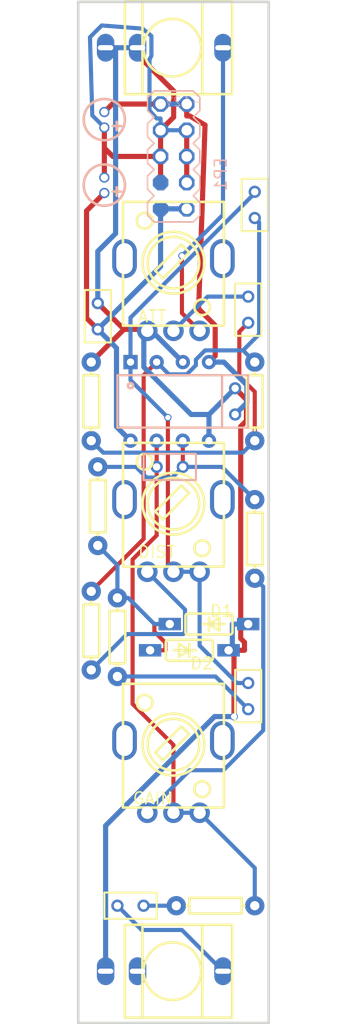
<source format=kicad_pcb>
(kicad_pcb (version 20171130) (host pcbnew "(5.1.5)-3") (page "A4") (layers (0 "F.Cu" signal) (31 "B.Cu" signal) (32 "B.Adhes" user) (33 "F.Adhes" user) (34 "B.Paste" user) (35 "F.Paste" user) (36 "B.SilkS" user) (37 "F.SilkS" user) (38 "B.Mask" user) (39 "F.Mask" user) (40 "Dwgs.User" user) (41 "Cmts.User" user) (42 "Eco1.User" user) (43 "Eco2.User" user) (44 "Edge.Cuts" user) (45 "Margin" user) (46 "B.CrtYd" user) (47 "F.CrtYd" user) (48 "B.Fab" user hide) (49 "F.Fab" user hide)) (net 0 "") (net 1 "-12V") (net 2 "12V") (net 3 "ATT_2") (net 4 "ATT_3") (net 5 "ATT_4") (net 6 "ATT_5") (net 7 "C2_2") (net 8 "C5_2") (net 9 "C7_1") (net 10 "C7_2") (net 11 "DIST_4") (net 12 "DIST_5") (net 13 "EP1_GND0") (net 14 "GAIN_1") (net 15 "GAIN_4") (net 16 "GAIN_5") (net 17 "GND") (net 18 "R2_1") (net 19 "R3_1") (net 20 "U1_1") (net 21 "U1_2") (net 22 "U1_6") (net 23 "U1_7") (segment (start 7.744 174.117) (end 7.744 160.007) (width 0.5) (layer "B.Cu") (net 17)) (segment (start 7.744 160.007) (end 18.322 149.429) (width 0.5) (layer "B.Cu") (net 17)) (segment (start 18.322 149.429) (end 20.21 149.429) (width 0.5) (layer "B.Cu") (net 17)) (segment (start 17.78 120.142) (end 20.32 117.602) (width 0.5) (layer "B.Cu") (net 17)) (segment (start 17.78 122.682) (end 17.78 120.142) (width 0.5) (layer "B.Cu") (net 17)) (segment (start 17.78 120.142) (end 16.051 120.142) (width 0.5) (layer "B.Cu") (net 17)) (segment (start 16.051 120.142) (end 11.455 115.546) (width 0.5) (layer "B.Cu") (net 17)) (segment (start 11.455 115.546) (end 11.455 112.781) (width 0.5) (layer "B.Cu") (net 17)) (segment (start 11.455 112.781) (end 12.207 112.029) (width 0.5) (layer "B.Cu") (net 17)) (segment (start 12.207 112.029) (end 11.79 112.029) (width 0.5) (layer "B.Cu") (net 17)) (segment (start 15.24 115.062) (end 12.207 112.029) (width 0.5) (layer "B.Cu") (net 17)) (segment (start 21.59 140.462) (end 20.048 140.462) (width 0.5) (layer "B.Cu") (net 17)) (segment (start 20.456 143.002) (end 20.048 142.595) (width 0.5) (layer "B.Cu") (net 17)) (segment (start 20.048 142.595) (end 20.048 140.462) (width 0.5) (layer "B.Cu") (net 17)) (segment (start 19.685 143.002) (end 20.456 143.002) (width 0.5) (layer "B.Cu") (net 17)) (segment (start 8.713 84.582) (end 10.844 84.582) (width 0.5) (layer "B.Cu") (net 17)) (segment (start 7.744 84.582) (end 8.713 84.582) (width 0.5) (layer "B.Cu") (net 17)) (segment (start 21.59 108.712) (end 17.647 108.712) (width 0.4) (layer "B.Cu") (net 3)) (segment (start 17.647 108.712) (end 14.33 112.029) (width 0.4) (layer "B.Cu") (net 3)) (segment (start 15.154 104.756) (end 19.144 100.766) (width 0.4) (layer "B.Cu") (net 4)) (segment (start 19.144 100.766) (end 19.144 84.582) (width 0.4) (layer "B.Cu") (net 4)) (segment (start 6.35 144.907) (end 9.825 141.432) (width 0.4) (layer "B.Cu") (net 18)) (segment (start 9.825 141.432) (end 15.271 141.432) (width 0.4) (layer "B.Cu") (net 18)) (segment (start 15.271 141.432) (end 15.454 141.249) (width 0.4) (layer "B.Cu") (net 18)) (segment (start 15.454 141.249) (end 15.454 139.055) (width 0.4) (layer "B.Cu") (net 18)) (segment (start 15.454 139.055) (end 11.79 135.391) (width 0.4) (layer "B.Cu") (net 18)) (segment (start 10.16 115.062) (end 10.16 110.756) (width 0.4) (layer "B.Cu") (net 20)) (segment (start 10.16 110.756) (end 22.225 98.691) (width 0.4) (layer "B.Cu") (net 20)) (segment (start 22.225 98.691) (end 22.225 98.552) (width 0.4) (layer "B.Cu") (net 20)) (segment (start 16.87 135.391) (end 16.87 142.548) (width 0.4) (layer "B.Cu") (net 20)) (segment (start 16.87 142.548) (end 20.499 146.177) (width 0.4) (layer "B.Cu") (net 20)) (segment (start 20.499 146.177) (end 21.59 146.177) (width 0.4) (layer "B.Cu") (net 20)) (segment (start 16.87 135.391) (end 14.33 135.391) (width 0.4) (layer "B.Cu") (net 20)) (segment (start 10.16 115.062) (end 10.16 116.804) (width 0.4) (layer "B.Cu") (net 20)) (segment (start 10.16 116.804) (end 13.79 120.434) (width 0.4) (layer "B.Cu") (net 20)) (segment (start 11.79 158.754) (end 15.912 154.632) (width 0.4) (layer "B.Cu") (net 14)) (segment (start 15.912 154.632) (end 19.184 154.632) (width 0.4) (layer "B.Cu") (net 14)) (segment (start 19.184 154.632) (end 23.051 150.764) (width 0.4) (layer "B.Cu") (net 14)) (segment (start 23.051 150.764) (end 23.051 136.843) (width 0.4) (layer "B.Cu") (net 14)) (segment (start 23.051 136.843) (end 22.225 136.017) (width 0.4) (layer "B.Cu") (net 14)) (segment (start 16.87 158.754) (end 14.33 158.754) (width 0.4) (layer "B.Cu") (net 23)) (segment (start 22.225 167.767) (end 22.225 164.109) (width 0.4) (layer "B.Cu") (net 23)) (segment (start 22.225 164.109) (end 16.87 158.754) (width 0.4) (layer "B.Cu") (net 23)) (segment (start 21.089 113.926) (end 22.225 115.062) (width 0.4) (layer "B.Cu") (net 21)) (segment (start 12.7 115.062) (end 13.891 116.253) (width 0.4) (layer "B.Cu") (net 21)) (segment (start 13.891 116.253) (end 15.628 116.253) (width 0.4) (layer "B.Cu") (net 21)) (segment (start 15.628 116.253) (end 16.51 115.371) (width 0.4) (layer "B.Cu") (net 21)) (segment (start 16.51 115.371) (end 16.51 114.818) (width 0.4) (layer "B.Cu") (net 21)) (segment (start 16.51 114.818) (end 17.403 113.926) (width 0.4) (layer "B.Cu") (net 21)) (segment (start 17.403 113.926) (end 21.089 113.926) (width 0.4) (layer "B.Cu") (net 21)) (segment (start 21.089 113.926) (end 22.652 112.362) (width 0.4) (layer "B.Cu") (net 21)) (segment (start 22.652 112.362) (end 22.652 101.519) (width 0.4) (layer "B.Cu") (net 21)) (segment (start 22.652 101.519) (end 22.225 101.092) (width 0.4) (layer "B.Cu") (net 21)) (segment (start 6.35 122.682) (end 7.508 123.84) (width 0.4) (layer "B.Cu") (net 7)) (segment (start 7.508 123.84) (end 21.067 123.84) (width 0.4) (layer "B.Cu") (net 7)) (segment (start 21.067 123.84) (end 22.225 122.682) (width 0.4) (layer "B.Cu") (net 7)) (segment (start 8.89 145.542) (end 18.415 145.542) (width 0.4) (layer "B.Cu") (net 8)) (segment (start 18.415 145.542) (end 21.59 148.717) (width 0.4) (layer "B.Cu") (net 8)) (segment (start 6.985 125.222) (end 10.693 125.222) (width 0.4) (layer "B.Cu") (net 22)) (segment (start 10.693 125.222) (end 11.73 126.258) (width 0.4) (layer "B.Cu") (net 22)) (segment (start 11.73 126.258) (end 14.204 126.258) (width 0.4) (layer "B.Cu") (net 22)) (segment (start 14.204 126.258) (end 15.24 125.222) (width 0.4) (layer "B.Cu") (net 22)) (segment (start 22.225 128.397) (end 19.05 125.222) (width 0.4) (layer "B.Cu") (net 22)) (segment (start 19.05 125.222) (end 15.24 125.222) (width 0.4) (layer "B.Cu") (net 22)) (segment (start 14.605 167.767) (end 11.43 167.767) (width 0.4) (layer "B.Cu") (net 9)) (segment (start 19.144 174.117) (end 15.146 170.119) (width 0.4) (layer "B.Cu") (net 10)) (segment (start 15.146 170.119) (end 11.242 170.119) (width 0.4) (layer "B.Cu") (net 10)) (segment (start 11.242 170.119) (end 8.89 167.767) (width 0.4) (layer "B.Cu") (net 10)) (segment (start 13.081 90.043) (end 15.621 90.043) (width 0.5) (layer "B.Cu") (net 1)) (segment (start 17.78 115.062) (end 19.23 115.062) (width 0.5) (layer "B.Cu") (net 1)) (segment (start 19.23 115.062) (end 21.462 117.293) (width 0.5) (layer "B.Cu") (net 1)) (segment (start 21.462 117.293) (end 21.462 119) (width 0.5) (layer "B.Cu") (net 1)) (segment (start 21.462 119) (end 20.32 120.142) (width 0.5) (layer "B.Cu") (net 1)) (segment (start 13.081 100.203) (end 13.081 105.791) (width 0.5) (layer "B.Cu") (net 2)) (segment (start 13.081 105.791) (end 6.985 111.887) (width 0.5) (layer "B.Cu") (net 2)) (segment (start 13.081 100.203) (end 15.621 100.203) (width 0.5) (layer "B.Cu") (net 2)) (segment (start 10.16 122.682) (end 8.8 121.322) (width 0.5) (layer "B.Cu") (net 2)) (segment (start 8.8 121.322) (end 8.8 113.702) (width 0.5) (layer "B.Cu") (net 2)) (segment (start 8.8 113.702) (end 6.985 111.887) (width 0.5) (layer "B.Cu") (net 2)) (segment (start 8.89 137.922) (end 9.939 137.922) (width 0.4) (layer "B.Cu") (net 19)) (segment (start 9.939 137.922) (end 12.479 140.462) (width 0.4) (layer "B.Cu") (net 19)) (segment (start 13.97 140.462) (end 12.479 140.462) (width 0.4) (layer "B.Cu") (net 19)) (segment (start 6.985 132.842) (end 8.89 134.747) (width 0.4) (layer "B.Cu") (net 19)) (segment (start 8.89 134.747) (end 8.89 137.922) (width 0.4) (layer "B.Cu") (net 19)) (segment (start 8.713 84.582) (end 8.713 102.591) (width 0.5) (layer "B.Cu") (net 17)) (segment (start 8.713 102.591) (end 6.985 104.319) (width 0.5) (layer "B.Cu") (net 17)) (segment (start 6.985 104.319) (end 6.985 109.347) (width 0.5) (layer "B.Cu") (net 17)) (segment (start 13.081 92.583) (end 13.081 91.478) (width 0.4) (layer "B.Cu") (net 17)) (segment (start 15.621 92.583) (end 13.081 92.583) (width 0.4) (layer "B.Cu") (net 17)) (segment (start 13.081 91.44) (end 12.7 91.44) (width 0.4) (layer "B.Cu") (net 17)) (segment (start 12.7 91.44) (end 12.006 90.665) (width 0.4) (layer "B.Cu") (net 17)) (segment (start 12.006 90.665) (end 12.006 85.732) (width 0.4) (layer "B.Cu") (net 17)) (segment (start 12.006 85.732) (end 12.192 85.344) (width 0.4) (layer "B.Cu") (net 17)) (segment (start 12.192 85.344) (end 12.192 83.439) (width 0.4) (layer "B.Cu") (net 17)) (segment (start 12.192 83.439) (end 11.33 82.731) (width 0.4) (layer "B.Cu") (net 17)) (segment (start 11.33 82.731) (end 7.366 82.423) (width 0.4) (layer "B.Cu") (net 17)) (segment (start 7.366 82.423) (end 6.223 83.566) (width 0.4) (layer "B.Cu") (net 17)) (segment (start 6.223 83.566) (end 6.45 91.147) (width 0.4) (layer "B.Cu") (net 17)) (segment (start 6.45 91.147) (end 7.62 92.318) (width 0.4) (layer "B.Cu") (net 17)) (gr_line (start 5.08 80.137) (end 23.58 80.137) (width 0.254) (layer "Edge.Cuts")) (gr_line (start 23.58 80.137) (end 23.58 179.137) (width 0.254) (layer "Edge.Cuts")) (gr_line (start 23.58 179.137) (end 5.08 179.137) (width 0.254) (layer "Edge.Cuts")) (gr_line (start 5.08 179.137) (end 5.08 80.137) (width 0.254) (layer "Edge.Cuts")) (segment (start 9.525 111.887) (end 6.35 115.062) (width 0.5) (layer "F.Cu") (net 17)) (segment (start 11.79 112.029) (end 11.648 111.887) (width 0.5) (layer "F.Cu") (net 17)) (segment (start 11.648 111.887) (end 9.525 111.887) (width 0.5) (layer "F.Cu") (net 17)) (segment (start 6.985 109.347) (end 9.525 111.887) (width 0.5) (layer "F.Cu") (net 17)) (segment (start 20.297 143.002) (end 20.21 143.089) (width 0.5) (layer "F.Cu") (net 17)) (segment (start 20.21 143.089) (end 20.21 149.429) (width 0.5) (layer "F.Cu") (net 17)) (segment (start 20.297 143.002) (end 21.227 143.002) (width 0.5) (layer "F.Cu") (net 17)) (segment (start 19.685 143.002) (end 20.297 143.002) (width 0.5) (layer "F.Cu") (net 17)) (segment (start 21.227 143.002) (end 21.227 142.224) (width 0.5) (layer "F.Cu") (net 17)) (segment (start 21.227 142.224) (end 20.865 141.862) (width 0.5) (layer "F.Cu") (net 17)) (segment (start 20.865 141.862) (end 20.865 121.297) (width 0.5) (layer "F.Cu") (net 17)) (segment (start 20.865 121.297) (end 21.42 120.742) (width 0.5) (layer "F.Cu") (net 17)) (segment (start 21.42 120.742) (end 21.42 118.702) (width 0.5) (layer "F.Cu") (net 17)) (segment (start 21.42 118.702) (end 20.32 117.602) (width 0.5) (layer "F.Cu") (net 17)) (segment (start 16.87 112.029) (end 15.154 110.313) (width 0.4) (layer "F.Cu") (net 4)) (segment (start 15.154 110.313) (end 15.154 104.756) (width 0.4) (layer "F.Cu") (net 4)) (segment (start 13.79 120.434) (end 13.79 134.852) (width 0.4) (layer "F.Cu") (net 20)) (segment (start 13.79 134.852) (end 14.33 135.391) (width 0.4) (layer "F.Cu") (net 20)) (segment (start 12.7 125.222) (end 12.7 131.863) (width 0.4) (layer "F.Cu") (net 23)) (segment (start 12.7 131.863) (end 10.362 134.201) (width 0.4) (layer "F.Cu") (net 23)) (segment (start 10.362 134.201) (end 10.362 148.208) (width 0.4) (layer "F.Cu") (net 23)) (segment (start 10.362 148.208) (end 14.33 152.176) (width 0.4) (layer "F.Cu") (net 23)) (segment (start 14.33 152.176) (end 14.33 158.754) (width 0.4) (layer "F.Cu") (net 23)) (segment (start 12.7 122.682) (end 12.7 125.222) (width 0.4) (layer "F.Cu") (net 23)) (segment (start 6.35 137.287) (end 11.436 132.201) (width 0.4) (layer "F.Cu") (net 21)) (segment (start 11.436 132.201) (end 11.436 116.326) (width 0.4) (layer "F.Cu") (net 21)) (segment (start 11.436 116.326) (end 12.7 115.062) (width 0.4) (layer "F.Cu") (net 21)) (segment (start 22.225 122.682) (end 22.225 117.936) (width 0.4) (layer "F.Cu") (net 7)) (segment (start 22.225 117.936) (end 20.729 116.44) (width 0.4) (layer "F.Cu") (net 7)) (segment (start 20.729 116.44) (end 20.729 112.113) (width 0.4) (layer "F.Cu") (net 7)) (segment (start 20.729 112.113) (end 21.59 111.252) (width 0.4) (layer "F.Cu") (net 7)) (segment (start 15.24 122.682) (end 15.24 125.222) (width 0.4) (layer "F.Cu") (net 22)) (segment (start 15.621 90.043) (end 15.621 91.198) (width 0.5) (layer "F.Cu") (net 1)) (segment (start 13.081 90.043) (end 8.393 90.043) (width 0.5) (layer "F.Cu") (net 1)) (segment (start 8.393 90.043) (end 7.62 90.816) (width 0.5) (layer "F.Cu") (net 1)) (segment (start 7.62 98.668) (end 5.891 100.397) (width 0.5) (layer "F.Cu") (net 2)) (segment (start 5.891 100.397) (end 5.891 110.793) (width 0.5) (layer "F.Cu") (net 2)) (segment (start 5.891 110.793) (end 6.985 111.887) (width 0.5) (layer "F.Cu") (net 2)) (segment (start 15.621 95.123) (end 15.621 97.663) (width 0.5) (layer "F.Cu") (net 17)) (segment (start 15.621 92.583) (end 15.621 95.123) (width 0.5) (layer "F.Cu") (net 17)) (segment (start 13.081 95.123) (end 13.081 97.663) (width 0.5) (layer "F.Cu") (net 17)) (segment (start 13.97 140.462) (end 12.479 140.462) (width 0.4) (layer "F.Cu") (net 19)) (segment (start 12.065 143.002) (end 13.556 143.002) (width 0.4) (layer "F.Cu") (net 19)) (segment (start 13.556 143.002) (end 13.556 142.277) (width 0.4) (layer "F.Cu") (net 19)) (segment (start 13.556 142.277) (end 12.479 141.199) (width 0.4) (layer "F.Cu") (net 19)) (segment (start 12.479 141.199) (end 12.479 140.462) (width 0.4) (layer "F.Cu") (net 19)) (segment (start 13.081 95.123) (end 8.443 95.123) (width 0.5) (layer "F.Cu") (net 17)) (segment (start 8.443 95.123) (end 7.62 94.3) (width 0.5) (layer "F.Cu") (net 17)) (segment (start 13.081 92.583) (end 14.351 91.313) (width 0.5) (layer "F.Cu") (net 17)) (segment (start 14.351 91.313) (end 14.351 88.773) (width 0.5) (layer "F.Cu") (net 17)) (segment (start 14.351 88.773) (end 10.843 85.265) (width 0.5) (layer "F.Cu") (net 17)) (segment (start 10.843 85.265) (end 10.843 84.582) (width 0.5) (layer "F.Cu") (net 17)) (segment (start 13.081 92.583) (end 13.081 95.123) (width 0.5) (layer "F.Cu") (net 17)) (segment (start 15.621 91.198) (end 15.91 91.198) (width 0.5) (layer "F.Cu") (net 1)) (segment (start 15.91 91.198) (end 17.399 92.075) (width 0.5) (layer "F.Cu") (net 1)) (segment (start 17.399 92.075) (end 16.776 109.901) (width 0.5) (layer "F.Cu") (net 1)) (segment (start 16.776 109.901) (end 18.385 111.51) (width 0.5) (layer "F.Cu") (net 1)) (segment (start 18.385 111.51) (end 18.385 114.457) (width 0.5) (layer "F.Cu") (net 1)) (segment (start 18.385 114.457) (end 17.78 115.062) (width 0.5) (layer "F.Cu") (net 1)) (segment (start 7.62 97.165) (end 7.62 94.3) (width 0.5) (layer "F.Cu") (net 17)) (segment (start 7.62 94.3) (end 7.62 92.319) (width 0.5) (layer "F.Cu") (net 17)) (module "easyeda:R09-5KΩ" (layer "F.Cu") (at 14.33 108.529) (fp_text value "10k" (at 1.545 -6.167 0) (layer "F.Fab") (effects (font (size 1.143 1.143) (thickness 0.152)) (justify left))) (fp_text reference "ATT" (at -3.535 2.088 0) (layer "F.SilkS") (effects (font (size 1.143 1.143) (thickness 0.152)) (justify left))) (fp_line (start -4.9 -9) (end 4.9 -9) (width 0.254) (layer "F.SilkS")) (fp_line (start 4.9 -9) (end 4.9 3) (width 0.254) (layer "F.SilkS")) (fp_line (start -4.9 -9) (end -4.9 3) (width 0.254) (layer "F.SilkS")) (fp_line (start -4.9 3) (end 4.9 3) (width 0.254) (layer "F.SilkS")) (fp_line (start 0.762 -4.882) (end -1.778 -2.342) (width 0.254) (layer "F.SilkS")) (fp_line (start -1.778 -2.342) (end -1.016 -1.58) (width 0.254) (layer "F.SilkS")) (fp_line (start -1.016 -1.58) (end 1.524 -4.12) (width 0.254) (layer "F.SilkS")) (fp_line (start 1.524 -4.12) (end 0.762 -4.882) (width 0.254) (layer "F.SilkS")) (fp_circle (center -2.794 -7.168) (end -2.032 -7.168) (layer "F.SilkS") (width 0.254)) (fp_circle (center 2.794 1.214) (end 3.556 1.214) (layer "F.SilkS") (width 0.254)) (fp_circle (center 0 -3.104) (end 3 -3.104) (layer "F.SilkS") (width 0.254)) (fp_circle (center 0 -3.104) (end 2.5 -3.104) (layer "F.SilkS") (width 0.254)) (pad 1 thru_hole circle (at -2.54 3.5 0) (size 2 2) (layers "*.Cu" "*.Paste" "*.Mask") (drill 1.2) (net 17 "GND")) (pad 2 thru_hole circle (at 0 3.5 0) (size 2 2) (layers "*.Cu" "*.Paste" "*.Mask") (drill 1.2) (net 3 "ATT_2")) (pad 3 thru_hole circle (at 2.54 3.5 0) (size 2 2) (layers "*.Cu" "*.Paste" "*.Mask") (drill 1.2) (net 4 "ATT_3")) (pad 4 thru_hole oval (at 4.75 -3.5 0) (size 2.4 3.8) (layers "*.Cu" "*.Paste" "*.Mask") (drill oval 1.6 3) (net 5 "ATT_4")) (pad 5 thru_hole oval (at -4.75 -3.5 0) (size 2.4 3.8) (layers "*.Cu" "*.Paste" "*.Mask") (drill oval 1.6 3) (net 6 "ATT_5")) (fp_text user gge114ab0b26327cf5c (at 0 0) (layer "Cmts.User") (effects (font (size 1 1) (thickness 0.15))))) (module "easyeda:R09-5KΩ" (layer "F.Cu") (at 14.33 131.891) (fp_text value "250k" (at -0.106 -6.796 0) (layer "F.Fab") (effects (font (size 1.143 1.143) (thickness 0.152)) (justify left))) (fp_text reference "DIST" (at -3.535 1.586 0) (layer "F.SilkS") (effects (font (size 1.143 1.143) (thickness 0.152)) (justify left))) (fp_line (start -4.9 -9) (end 4.9 -9) (width 0.254) (layer "F.SilkS")) (fp_line (start 4.9 -9) (end 4.9 3) (width 0.254) (layer "F.SilkS")) (fp_line (start -4.9 -9) (end -4.9 3) (width 0.254) (layer "F.SilkS")) (fp_line (start -4.9 3) (end 4.9 3) (width 0.254) (layer "F.SilkS")) (fp_line (start 0.762 -4.882) (end -1.778 -2.342) (width 0.254) (layer "F.SilkS")) (fp_line (start -1.778 -2.342) (end -1.016 -1.58) (width 0.254) (layer "F.SilkS")) (fp_line (start -1.016 -1.58) (end 1.524 -4.12) (width 0.254) (layer "F.SilkS")) (fp_line (start 1.524 -4.12) (end 0.762 -4.882) (width 0.254) (layer "F.SilkS")) (fp_circle (center -2.794 -7.168) (end -2.032 -7.168) (layer "F.SilkS") (width 0.254)) (fp_circle (center 2.794 1.214) (end 3.556 1.214) (layer "F.SilkS") (width 0.254)) (fp_circle (center 0 -3.104) (end 3 -3.104) (layer "F.SilkS") (width 0.254)) (fp_circle (center 0 -3.104) (end 2.5 -3.104) (layer "F.SilkS") (width 0.254)) (pad 1 thru_hole circle (at -2.54 3.5 0) (size 2 2) (layers "*.Cu" "*.Paste" "*.Mask") (drill 1.2) (net 18 "R2_1")) (pad 2 thru_hole circle (at 0 3.5 0) (size 2 2) (layers "*.Cu" "*.Paste" "*.Mask") (drill 1.2) (net 20 "U1_1")) (pad 3 thru_hole circle (at 2.54 3.5 0) (size 2 2) (layers "*.Cu" "*.Paste" "*.Mask") (drill 1.2) (net 20 "U1_1")) (pad 4 thru_hole oval (at 4.75 -3.5 0) (size 2.4 3.8) (layers "*.Cu" "*.Paste" "*.Mask") (drill oval 1.6 3) (net 11 "DIST_4")) (pad 5 thru_hole oval (at -4.75 -3.5 0) (size 2.4 3.8) (layers "*.Cu" "*.Paste" "*.Mask") (drill oval 1.6 3) (net 12 "DIST_5")) (fp_text user ggec90dad9f442857a1 (at 0 0) (layer "Cmts.User") (effects (font (size 1 1) (thickness 0.15))))) (module "easyeda:R09-5KΩ" (layer "F.Cu") (at 14.33 155.254) (fp_text value "250k" (at -0.233 -6.918 0) (layer "F.Fab") (effects (font (size 1.143 1.143) (thickness 0.152)) (justify left))) (fp_text reference "GAIN" (at -4.043 2.099 0) (layer "F.SilkS") (effects (font (size 1.143 1.143) (thickness 0.152)) (justify left))) (fp_line (start -4.9 -9) (end 4.9 -9) (width 0.254) (layer "F.SilkS")) (fp_line (start 4.9 -9) (end 4.9 3) (width 0.254) (layer "F.SilkS")) (fp_line (start -4.9 -9) (end -4.9 3) (width 0.254) (layer "F.SilkS")) (fp_line (start -4.9 3) (end 4.9 3) (width 0.254) (layer "F.SilkS")) (fp_line (start 0.762 -4.882) (end -1.778 -2.342) (width 0.254) (layer "F.SilkS")) (fp_line (start -1.778 -2.342) (end -1.016 -1.58) (width 0.254) (layer "F.SilkS")) (fp_line (start -1.016 -1.58) (end 1.524 -4.12) (width 0.254) (layer "F.SilkS")) (fp_line (start 1.524 -4.12) (end 0.762 -4.882) (width 0.254) (layer "F.SilkS")) (fp_circle (center -2.794 -7.168) (end -2.032 -7.168) (layer "F.SilkS") (width 0.254)) (fp_circle (center 2.794 1.214) (end 3.556 1.214) (layer "F.SilkS") (width 0.254)) (fp_circle (center 0 -3.104) (end 3 -3.104) (layer "F.SilkS") (width 0.254)) (fp_circle (center 0 -3.104) (end 2.5 -3.104) (layer "F.SilkS") (width 0.254)) (pad 1 thru_hole circle (at -2.54 3.5 0) (size 2 2) (layers "*.Cu" "*.Paste" "*.Mask") (drill 1.2) (net 14 "GAIN_1")) (pad 2 thru_hole circle (at 0 3.5 0) (size 2 2) (layers "*.Cu" "*.Paste" "*.Mask") (drill 1.2) (net 23 "U1_7")) (pad 3 thru_hole circle (at 2.54 3.5 0) (size 2 2) (layers "*.Cu" "*.Paste" "*.Mask") (drill 1.2) (net 23 "U1_7")) (pad 4 thru_hole oval (at 4.75 -3.5 0) (size 2.4 3.8) (layers "*.Cu" "*.Paste" "*.Mask") (drill oval 1.6 3) (net 15 "GAIN_4")) (pad 5 thru_hole oval (at -4.75 -3.5 0) (size 2.4 3.8) (layers "*.Cu" "*.Paste" "*.Mask") (drill oval 1.6 3) (net 16 "GAIN_5")) (fp_text user ggedf7fc00912daf6cc (at 0 0) (layer "Cmts.User") (effects (font (size 1 1) (thickness 0.15))))) (module "easyeda:RAD-0.1" (layer "F.Cu") (at 22.225 99.822 90) (fp_text value "100p" (at 3.175 0 90) (layer "F.Fab") (effects (font (size 1.143 1.143) (thickness 0.152)) (justify left))) (fp_text reference "C1" (at -0.229 -1.854 90) (layer "F.SilkS") hide (effects (font (size 1.143 1.143) (thickness 0.152)) (justify left))) (fp_line (start 2.537 -1.267) (end -2.543 -1.267) (width 0.201) (layer "F.SilkS")) (fp_line (start -2.543 -1.267) (end -2.543 1.273) (width 0.201) (layer "F.SilkS")) (fp_line (start -2.543 1.273) (end 2.537 1.273) (width 0.201) (layer "F.SilkS")) (fp_line (start 2.537 1.273) (end 2.537 -1.267) (width 0.201) (layer "F.SilkS")) (pad 1 thru_hole circle (at -1.27 0 90) (size 1.194 1.194) (layers "*.Cu" "*.Paste" "*.Mask") (drill 0.711) (net 21 "U1_2")) (pad 2 thru_hole circle (at 1.27 0 90) (size 1.194 1.194) (layers "*.Cu" "*.Paste" "*.Mask") (drill 0.711) (net 20 "U1_1")) (fp_text user gge2149f70e9da7e940 (at 0 0) (layer "Cmts.User") (effects (font (size 1 1) (thickness 0.15))))) (module "easyeda:RAD-0.1" (layer "F.Cu") (at 21.59 109.982 -90) (fp_text value "1u" (at -3.175 -0.635 90) (layer "F.Fab") (effects (font (size 1.143 1.143) (thickness 0.152)) (justify left))) (fp_text reference "C2" (at -0.229 -1.854 -90) (layer "F.SilkS") hide (effects (font (size 1.143 1.143) (thickness 0.152)) (justify left))) (fp_line (start 2.537 -1.267) (end -2.543 -1.267) (width 0.201) (layer "F.SilkS")) (fp_line (start -2.543 -1.267) (end -2.543 1.273) (width 0.201) (layer "F.SilkS")) (fp_line (start -2.543 1.273) (end 2.537 1.273) (width 0.201) (layer "F.SilkS")) (fp_line (start 2.537 1.273) (end 2.537 -1.267) (width 0.201) (layer "F.SilkS")) (pad 1 thru_hole circle (at -1.27 0 -90) (size 1.194 1.194) (layers "*.Cu" "*.Paste" "*.Mask") (drill 0.711) (net 3 "ATT_2")) (pad 2 thru_hole circle (at 1.27 0 -90) (size 1.194 1.194) (layers "*.Cu" "*.Paste" "*.Mask") (drill 0.711) (net 7 "C2_2")) (fp_text user gge0323a9940e9bb409 (at 0 0) (layer "Cmts.User") (effects (font (size 1 1) (thickness 0.15))))) (module "easyeda:RAD-0.1" (layer "F.Cu") (at 21.59 147.447 -90) (fp_text value "1u" (at -3.175 -0.635 90) (layer "F.Fab") (effects (font (size 1.143 1.143) (thickness 0.152)) (justify left))) (fp_text reference "C5" (at -0.229 -1.854 -90) (layer "F.SilkS") hide (effects (font (size 1.143 1.143) (thickness 0.152)) (justify left))) (fp_line (start 2.537 -1.267) (end -2.543 -1.267) (width 0.201) (layer "F.SilkS")) (fp_line (start -2.543 -1.267) (end -2.543 1.273) (width 0.201) (layer "F.SilkS")) (fp_line (start -2.543 1.273) (end 2.537 1.273) (width 0.201) (layer "F.SilkS")) (fp_line (start 2.537 1.273) (end 2.537 -1.267) (width 0.201) (layer "F.SilkS")) (pad 1 thru_hole circle (at -1.27 0 -90) (size 1.194 1.194) (layers "*.Cu" "*.Paste" "*.Mask") (drill 0.711) (net 20 "U1_1")) (pad 2 thru_hole circle (at 1.27 0 -90) (size 1.194 1.194) (layers "*.Cu" "*.Paste" "*.Mask") (drill 0.711) (net 8 "C5_2")) (fp_text user gge77434ca5c2dae79b (at 0 0) (layer "Cmts.User") (effects (font (size 1 1) (thickness 0.15))))) (module "easyeda:RAD-0.1" (layer "F.Cu") (at 10.16 167.767 180) (fp_text value "1u" (at 3.175 -1.27 90) (layer "F.Fab") (effects (font (size 1.143 1.143) (thickness 0.152)) (justify left))) (fp_text reference "C7" (at -0.229 -1.854 180) (layer "F.SilkS") hide (effects (font (size 1.143 1.143) (thickness 0.152)) (justify left))) (fp_line (start 2.537 -1.267) (end -2.543 -1.267) (width 0.201) (layer "F.SilkS")) (fp_line (start -2.543 -1.267) (end -2.543 1.273) (width 0.201) (layer "F.SilkS")) (fp_line (start -2.543 1.273) (end 2.537 1.273) (width 0.201) (layer "F.SilkS")) (fp_line (start 2.537 1.273) (end 2.537 -1.267) (width 0.201) (layer "F.SilkS")) (pad 1 thru_hole circle (at -1.27 0 180) (size 1.194 1.194) (layers "*.Cu" "*.Paste" "*.Mask") (drill 0.711) (net 9 "C7_1")) (pad 2 thru_hole circle (at 1.27 0 180) (size 1.194 1.194) (layers "*.Cu" "*.Paste" "*.Mask") (drill 0.711) (net 10 "C7_2")) (fp_text user gged63da93e65970775 (at 0 0) (layer "Cmts.User") (effects (font (size 1 1) (thickness 0.15))))) (module "easyeda:RAD-0.1" (layer "F.Cu") (at 6.985 110.617 -90) (fp_text value "100n" (at -3.175 0 90) (layer "F.Fab") (effects (font (size 1.143 1.143) (thickness 0.152)) (justify left))) (fp_text reference "C9" (at -0.229 -1.854 -90) (layer "F.SilkS") hide (effects (font (size 1.143 1.143) (thickness 0.152)) (justify left))) (fp_line (start 2.537 -1.267) (end -2.543 -1.267) (width 0.201) (layer "F.SilkS")) (fp_line (start -2.543 -1.267) (end -2.543 1.273) (width 0.201) (layer "F.SilkS")) (fp_line (start -2.543 1.273) (end 2.537 1.273) (width 0.201) (layer "F.SilkS")) (fp_line (start 2.537 1.273) (end 2.537 -1.267) (width 0.201) (layer "F.SilkS")) (pad 1 thru_hole circle (at -1.27 0 -90) (size 1.194 1.194) (layers "*.Cu" "*.Paste" "*.Mask") (drill 0.711) (net 17 "GND")) (pad 2 thru_hole circle (at 1.27 0 -90) (size 1.194 1.194) (layers "*.Cu" "*.Paste" "*.Mask") (drill 0.711) (net 2 "12V")) (fp_text user ggec30768cd86213640 (at 0 0) (layer "Cmts.User") (effects (font (size 1 1) (thickness 0.15))))) (module "easyeda:DO35-7" (layer "F.Cu") (at 17.78 140.462) (fp_text value "1n4148" (at 0 -3.048 0) (layer "F.Fab") hide (effects (font (size 1.143 1.143) (thickness 0.152)) (justify left))) (fp_text reference "D1" (at 0 -1.27 0) (layer "F.SilkS") (effects (font (size 1.143 1.143) (thickness 0.152)) (justify left))) (fp_line (start -0.635 0) (end 0 0) (width 0.254) (layer "F.SilkS")) (fp_line (start 1.016 -0.635) (end 1.016 0.635) (width 0.254) (layer "F.SilkS")) (fp_line (start 1.016 0.635) (end 0 0) (width 0.254) (layer "F.SilkS")) (fp_line (start 0 0) (end 1.524 0) (width 0.254) (layer "F.SilkS")) (fp_line (start 0 0) (end 1.016 -0.635) (width 0.254) (layer "F.SilkS")) (fp_line (start 0 -0.635) (end 0 0) (width 0.254) (layer "F.SilkS")) (fp_line (start 0 0) (end 0 0.635) (width 0.254) (layer "F.SilkS")) (fp_line (start 2.286 -0.762) (end 2.286 0.762) (width 0.254) (layer "F.SilkS")) (fp_line (start -2.032 1.016) (end 2.032 1.016) (width 0.254) (layer "F.SilkS")) (fp_line (start -2.286 -0.762) (end -2.286 0.762) (width 0.254) (layer "F.SilkS")) (fp_line (start -2.032 -1.016) (end 2.032 -1.016) (width 0.254) (layer "F.SilkS")) (fp_arc (start 2.032 -0.762) (end 2.032 -1.016) (angle 90) (width 0.254) (layer "F.SilkS")) (fp_arc (start 2.032 0.762) (end 2.286 0.762) (angle 90) (width 0.254) (layer "F.SilkS")) (fp_arc (start -2.032 -0.762) (end -2.286 -0.762) (angle 90) (width 0.254) (layer "F.SilkS")) (fp_arc (start -2.032 0.762) (end -2.032 1.016) (angle 90) (width 0.254) (layer "F.SilkS")) (fp_line (start 3.81 0) (end 2.921 0) (width 0.508) (layer "Cmts.User")) (fp_line (start -3.81 0) (end -2.921 0) (width 0.508) (layer "Cmts.User")) (pad "C" thru_hole rect (at -3.81 0 0) (size 2.182 1.212) (layers "*.Cu" "*.Paste" "*.Mask") (drill 0.813) (net 19 "R3_1")) (pad "A" thru_hole rect (at 3.81 0 0) (size 2.182 1.212) (layers "*.Cu" "*.Paste" "*.Mask") (drill 0.813) (net 17 "GND")) (fp_text user ggeb83976912eabd148 (at 0 0) (layer "Cmts.User") (effects (font (size 1 1) (thickness 0.15))))) (module "easyeda:DO35-7" (layer "F.Cu") (at 15.875 143.002 180) (fp_text value "1n4148" (at 5.093 -4.265 0) (layer "F.Fab") hide (effects (font (size 1.143 1.143) (thickness 0.152)) (justify left))) (fp_text reference "D2" (at 0 -1.27 180) (layer "F.SilkS") (effects (font (size 1.143 1.143) (thickness 0.152)) (justify left))) (fp_line (start -0.635 0) (end 0 0) (width 0.254) (layer "F.SilkS")) (fp_line (start 1.016 -0.635) (end 1.016 0.635) (width 0.254) (layer "F.SilkS")) (fp_line (start 1.016 0.635) (end 0 0) (width 0.254) (layer "F.SilkS")) (fp_line (start 0 0) (end 1.524 0) (width 0.254) (layer "F.SilkS")) (fp_line (start 0 0) (end 1.016 -0.635) (width 0.254) (layer "F.SilkS")) (fp_line (start 0 -0.635) (end 0 0) (width 0.254) (layer "F.SilkS")) (fp_line (start 0 0) (end 0 0.635) (width 0.254) (layer "F.SilkS")) (fp_line (start 2.286 -0.762) (end 2.286 0.762) (width 0.254) (layer "F.SilkS")) (fp_line (start -2.032 1.016) (end 2.032 1.016) (width 0.254) (layer "F.SilkS")) (fp_line (start -2.286 -0.762) (end -2.286 0.762) (width 0.254) (layer "F.SilkS")) (fp_line (start -2.032 -1.016) (end 2.032 -1.016) (width 0.254) (layer "F.SilkS")) (fp_arc (start 2.032 -0.762) (end 2.032 -1.016) (angle 90) (width 0.254) (layer "F.SilkS")) (fp_arc (start 2.032 0.762) (end 2.286 0.762) (angle 90) (width 0.254) (layer "F.SilkS")) (fp_arc (start -2.032 -0.762) (end -2.286 -0.762) (angle 90) (width 0.254) (layer "F.SilkS")) (fp_arc (start -2.032 0.762) (end -2.032 1.016) (angle 90) (width 0.254) (layer "F.SilkS")) (fp_line (start 3.81 0) (end 2.921 0) (width 0.508) (layer "Cmts.User")) (fp_line (start -3.81 0) (end -2.921 0) (width 0.508) (layer "Cmts.User")) (pad "C" thru_hole rect (at -3.81 0 180) (size 2.182 1.212) (layers "*.Cu" "*.Paste" "*.Mask") (drill 0.813) (net 17 "GND")) (pad "A" thru_hole rect (at 3.81 0 180) (size 2.182 1.212) (layers "*.Cu" "*.Paste" "*.Mask") (drill 0.813) (net 19 "R3_1")) (fp_text user gge0918596dab12fb75 (at 0 0) (layer "Cmts.User") (effects (font (size 1 1) (thickness 0.15))))) (module "easyeda:THONKICONN_1" (layer "F.Cu") (at 14.224 84.582 -90) (fp_text value "IN" (at -2.159 -5.018 90) (layer "F.Fab") (effects (font (size 1.143 1.143) (thickness 0.152)) (justify left))) (fp_text reference "J1" (at 0 -6.35 -90) (layer "F.SilkS") hide (effects (font (size 1.143 1.143) (thickness 0.152)) (justify left))) (fp_arc (start 0 0) (end -2.794 0) (angle 180) (width 0.254) (layer "F.SilkS")) (fp_arc (start 0 0) (end 2.794 0) (angle 180) (width 0.254) (layer "F.SilkS")) (fp_line (start -4.5 -5.805) (end 4.5 -5.805) (width 0.254) (layer "F.SilkS")) (fp_line (start 4.5 -5.805) (end 4.5 2.905) (width 0.254) (layer "F.SilkS")) (fp_line (start 4.5 2.905) (end -4.5 2.905) (width 0.254) (layer "F.SilkS")) (fp_line (start -4.5 2.905) (end -4.5 -5.805) (width 0.254) (layer "F.SilkS")) (fp_line (start -4.5 -2.905) (end 4.5 -2.905) (width 0.254) (layer "F.SilkS")) (fp_line (start 4.5 -2.905) (end 4.5 4.605) (width 0.254) (layer "F.SilkS")) (fp_line (start 4.5 4.605) (end -4.5 4.605) (width 0.254) (layer "F.SilkS")) (fp_line (start -4.5 4.605) (end -4.5 -2.905) (width 0.254) (layer "F.SilkS")) (pad "" np_thru_hole circle (at 0 0) (size 3 3) (drill 3) (layers "*.Cu" "*.Mask")) (pad 3 thru_hole oval (at 0 -4.92 -90) (size 2.7 1.7) (layers "*.Cu" "*.Paste" "*.Mask") (drill oval 0.5 1.5) (net 4 "ATT_3")) (pad 2 thru_hole oval (at 0 3.38 -90) (size 2.7 1.7) (layers "*.Cu" "*.Paste" "*.Mask") (drill oval 0.5 1.5) (net 17 "GND")) (pad 1 thru_hole oval (at 0 6.48 -90) (size 2.7 1.7) (layers "*.Cu" "*.Paste" "*.Mask") (drill oval 0.5 1.5) (net 17 "GND")) (fp_text user ggee0d3bedd2a1c985c (at 0 0) (layer "Cmts.User") (effects (font (size 1 1) (thickness 0.15))))) (module "easyeda:R_AXIAL-0.3" (layer "F.Cu") (at 22.225 118.872 -90) (fp_text value "4k7" (at 1.034 -0.45 90) (layer "F.Fab") (effects (font (size 0.9 0.9) (thickness 0.152)) (justify left))) (fp_text reference "R1" (at 0 -1.27 -90) (layer "F.SilkS") hide (effects (font (size 1.143 1.143) (thickness 0.152)) (justify left))) (fp_line (start -2.54 0) (end -2.794 0) (width 0.254) (layer "F.SilkS")) (fp_line (start 2.54 0) (end 2.794 0) (width 0.254) (layer "F.SilkS")) (fp_line (start -2.54 0) (end -2.54 -0.762) (width 0.254) (layer "F.SilkS")) (fp_line (start -2.54 0.762) (end -2.54 0) (width 0.254) (layer "F.SilkS")) (fp_line (start 2.54 0.762) (end -2.54 0.762) (width 0.254) (layer "F.SilkS")) (fp_line (start 2.54 0) (end 2.54 0.762) (width 0.254) (layer "F.SilkS")) (fp_line (start 2.54 -0.762) (end 2.54 0) (width 0.254) (layer "F.SilkS")) (fp_line (start -2.54 -0.762) (end 2.54 -0.762) (width 0.254) (layer "F.SilkS")) (pad 1 thru_hole circle (at -3.81 0 -90) (size 1.88 1.88) (layers "*.Cu" "*.Paste" "*.Mask") (drill 0.899) (net 21 "U1_2")) (pad 2 thru_hole circle (at 3.81 0 -90) (size 1.88 1.88) (layers "*.Cu" "*.Paste" "*.Mask") (drill 0.899) (net 7 "C2_2")) (fp_text user gge6a4aaf07382bd393 (at 0 0) (layer "Cmts.User") (effects (font (size 1 1) (thickness 0.15))))) (module "easyeda:R_AXIAL-0.3" (layer "F.Cu") (at 6.35 141.097 90) (fp_text value "10k" (at -1.143 0.508 90) (layer "F.Fab") (effects (font (size 0.9 0.9) (thickness 0.152)) (justify left))) (fp_text reference "R2" (at 0 -1.27 90) (layer "F.SilkS") hide (effects (font (size 1.143 1.143) (thickness 0.152)) (justify left))) (fp_line (start -2.54 0) (end -2.794 0) (width 0.254) (layer "F.SilkS")) (fp_line (start 2.54 0) (end 2.794 0) (width 0.254) (layer "F.SilkS")) (fp_line (start -2.54 0) (end -2.54 -0.762) (width 0.254) (layer "F.SilkS")) (fp_line (start -2.54 0.762) (end -2.54 0) (width 0.254) (layer "F.SilkS")) (fp_line (start 2.54 0.762) (end -2.54 0.762) (width 0.254) (layer "F.SilkS")) (fp_line (start 2.54 0) (end 2.54 0.762) (width 0.254) (layer "F.SilkS")) (fp_line (start 2.54 -0.762) (end 2.54 0) (width 0.254) (layer "F.SilkS")) (fp_line (start -2.54 -0.762) (end 2.54 -0.762) (width 0.254) (layer "F.SilkS")) (pad 1 thru_hole circle (at -3.81 0 90) (size 1.88 1.88) (layers "*.Cu" "*.Paste" "*.Mask") (drill 0.899) (net 18 "R2_1")) (pad 2 thru_hole circle (at 3.81 0 90) (size 1.88 1.88) (layers "*.Cu" "*.Paste" "*.Mask") (drill 0.899) (net 21 "U1_2")) (fp_text user ggead76bbe14dfcb87b (at 0 0) (layer "Cmts.User") (effects (font (size 1 1) (thickness 0.15))))) (module "easyeda:R_AXIAL-0.3" (layer "F.Cu") (at 8.89 141.732 -90) (fp_text value "4k7" (at 1.034 -0.45 90) (layer "F.Fab") (effects (font (size 0.9 0.9) (thickness 0.152)) (justify left))) (fp_text reference "R3" (at 0 -1.27 -90) (layer "F.SilkS") hide (effects (font (size 1.143 1.143) (thickness 0.152)) (justify left))) (fp_line (start -2.54 0) (end -2.794 0) (width 0.254) (layer "F.SilkS")) (fp_line (start 2.54 0) (end 2.794 0) (width 0.254) (layer "F.SilkS")) (fp_line (start -2.54 0) (end -2.54 -0.762) (width 0.254) (layer "F.SilkS")) (fp_line (start -2.54 0.762) (end -2.54 0) (width 0.254) (layer "F.SilkS")) (fp_line (start 2.54 0.762) (end -2.54 0.762) (width 0.254) (layer "F.SilkS")) (fp_line (start 2.54 0) (end 2.54 0.762) (width 0.254) (layer "F.SilkS")) (fp_line (start 2.54 -0.762) (end 2.54 0) (width 0.254) (layer "F.SilkS")) (fp_line (start -2.54 -0.762) (end 2.54 -0.762) (width 0.254) (layer "F.SilkS")) (pad 1 thru_hole circle (at -3.81 0 -90) (size 1.88 1.88) (layers "*.Cu" "*.Paste" "*.Mask") (drill 0.899) (net 19 "R3_1")) (pad 2 thru_hole circle (at 3.81 0 -90) (size 1.88 1.88) (layers "*.Cu" "*.Paste" "*.Mask") (drill 0.899) (net 8 "C5_2")) (fp_text user gge42e5ecacb7367734 (at 0 0) (layer "Cmts.User") (effects (font (size 1 1) (thickness 0.15))))) (module "easyeda:R_AXIAL-0.3" (layer "F.Cu") (at 6.985 129.032 -90) (fp_text value "4k7" (at 1.27 -0.635 90) (layer "F.Fab") (effects (font (size 0.9 0.9) (thickness 0.152)) (justify left))) (fp_text reference "R4" (at 0 -1.27 -90) (layer "F.SilkS") hide (effects (font (size 1.143 1.143) (thickness 0.152)) (justify left))) (fp_line (start -2.54 0) (end -2.794 0) (width 0.254) (layer "F.SilkS")) (fp_line (start 2.54 0) (end 2.794 0) (width 0.254) (layer "F.SilkS")) (fp_line (start -2.54 0) (end -2.54 -0.762) (width 0.254) (layer "F.SilkS")) (fp_line (start -2.54 0.762) (end -2.54 0) (width 0.254) (layer "F.SilkS")) (fp_line (start 2.54 0.762) (end -2.54 0.762) (width 0.254) (layer "F.SilkS")) (fp_line (start 2.54 0) (end 2.54 0.762) (width 0.254) (layer "F.SilkS")) (fp_line (start 2.54 -0.762) (end 2.54 0) (width 0.254) (layer "F.SilkS")) (fp_line (start -2.54 -0.762) (end 2.54 -0.762) (width 0.254) (layer "F.SilkS")) (pad 1 thru_hole circle (at -3.81 0 -90) (size 1.88 1.88) (layers "*.Cu" "*.Paste" "*.Mask") (drill 0.899) (net 22 "U1_6")) (pad 2 thru_hole circle (at 3.81 0 -90) (size 1.88 1.88) (layers "*.Cu" "*.Paste" "*.Mask") (drill 0.899) (net 19 "R3_1")) (fp_text user gge1828fe43755377fa (at 0 0) (layer "Cmts.User") (effects (font (size 1 1) (thickness 0.15))))) (module "easyeda:R_AXIAL-0.3" (layer "F.Cu") (at 22.225 132.207 90) (fp_text value "10k" (at -1.143 0.508 90) (layer "F.Fab") (effects (font (size 0.9 0.9) (thickness 0.152)) (justify left))) (fp_text reference "R5" (at 0 -1.27 90) (layer "F.SilkS") hide (effects (font (size 1.143 1.143) (thickness 0.152)) (justify left))) (fp_line (start -2.54 0) (end -2.794 0) (width 0.254) (layer "F.SilkS")) (fp_line (start 2.54 0) (end 2.794 0) (width 0.254) (layer "F.SilkS")) (fp_line (start -2.54 0) (end -2.54 -0.762) (width 0.254) (layer "F.SilkS")) (fp_line (start -2.54 0.762) (end -2.54 0) (width 0.254) (layer "F.SilkS")) (fp_line (start 2.54 0.762) (end -2.54 0.762) (width 0.254) (layer "F.SilkS")) (fp_line (start 2.54 0) (end 2.54 0.762) (width 0.254) (layer "F.SilkS")) (fp_line (start 2.54 -0.762) (end 2.54 0) (width 0.254) (layer "F.SilkS")) (fp_line (start -2.54 -0.762) (end 2.54 -0.762) (width 0.254) (layer "F.SilkS")) (pad 1 thru_hole circle (at -3.81 0 90) (size 1.88 1.88) (layers "*.Cu" "*.Paste" "*.Mask") (drill 0.899) (net 14 "GAIN_1")) (pad 2 thru_hole circle (at 3.81 0 90) (size 1.88 1.88) (layers "*.Cu" "*.Paste" "*.Mask") (drill 0.899) (net 22 "U1_6")) (fp_text user ggecf0e9edc43d50d0a (at 0 0) (layer "Cmts.User") (effects (font (size 1 1) (thickness 0.15))))) (module "easyeda:R_AXIAL-0.3" (layer "F.Cu") (at 18.415 167.767) (fp_text value "1k" (at -1.143 0.508 0) (layer "F.Fab") (effects (font (size 0.9 0.9) (thickness 0.152)) (justify left))) (fp_text reference "R6" (at 0 -1.27 0) (layer "F.SilkS") hide (effects (font (size 1.143 1.143) (thickness 0.152)) (justify left))) (fp_line (start -2.54 0) (end -2.794 0) (width 0.254) (layer "F.SilkS")) (fp_line (start 2.54 0) (end 2.794 0) (width 0.254) (layer "F.SilkS")) (fp_line (start -2.54 0) (end -2.54 -0.762) (width 0.254) (layer "F.SilkS")) (fp_line (start -2.54 0.762) (end -2.54 0) (width 0.254) (layer "F.SilkS")) (fp_line (start 2.54 0.762) (end -2.54 0.762) (width 0.254) (layer "F.SilkS")) (fp_line (start 2.54 0) (end 2.54 0.762) (width 0.254) (layer "F.SilkS")) (fp_line (start 2.54 -0.762) (end 2.54 0) (width 0.254) (layer "F.SilkS")) (fp_line (start -2.54 -0.762) (end 2.54 -0.762) (width 0.254) (layer "F.SilkS")) (pad 1 thru_hole circle (at -3.81 0 0) (size 1.88 1.88) (layers "*.Cu" "*.Paste" "*.Mask") (drill 0.899) (net 9 "C7_1")) (pad 2 thru_hole circle (at 3.81 0 0) (size 1.88 1.88) (layers "*.Cu" "*.Paste" "*.Mask") (drill 0.899) (net 23 "U1_7")) (fp_text user gge8526c3daf1adcf7b (at 0 0) (layer "Cmts.User") (effects (font (size 1 1) (thickness 0.15))))) (module "easyeda:R_AXIAL-0.3" (layer "F.Cu") (at 6.35 118.872 -90) (fp_text value "1M" (at -0.013 -0.45 90) (layer "F.Fab") (effects (font (size 0.9 0.9) (thickness 0.152)) (justify left))) (fp_text reference "R14" (at 0 -1.27 -90) (layer "F.SilkS") hide (effects (font (size 1.143 1.143) (thickness 0.152)) (justify left))) (fp_line (start -2.54 0) (end -2.794 0) (width 0.254) (layer "F.SilkS")) (fp_line (start 2.54 0) (end 2.794 0) (width 0.254) (layer "F.SilkS")) (fp_line (start -2.54 0) (end -2.54 -0.762) (width 0.254) (layer "F.SilkS")) (fp_line (start -2.54 0.762) (end -2.54 0) (width 0.254) (layer "F.SilkS")) (fp_line (start 2.54 0.762) (end -2.54 0.762) (width 0.254) (layer "F.SilkS")) (fp_line (start 2.54 0) (end 2.54 0.762) (width 0.254) (layer "F.SilkS")) (fp_line (start 2.54 -0.762) (end 2.54 0) (width 0.254) (layer "F.SilkS")) (fp_line (start -2.54 -0.762) (end 2.54 -0.762) (width 0.254) (layer "F.SilkS")) (pad 1 thru_hole circle (at -3.81 0 -90) (size 1.88 1.88) (layers "*.Cu" "*.Paste" "*.Mask") (drill 0.899) (net 17 "GND")) (pad 2 thru_hole circle (at 3.81 0 -90) (size 1.88 1.88) (layers "*.Cu" "*.Paste" "*.Mask") (drill 0.899) (net 7 "C2_2")) (fp_text user gged63e983c97b71ae3 (at 0 0) (layer "Cmts.User") (effects (font (size 1 1) (thickness 0.15))))) (module "easyeda:THONKICONN_1" (layer "F.Cu") (at 14.224 174.117 -90) (fp_text value "OUT" (at 3.556 -4.953 90) (layer "F.Fab") (effects (font (size 1.143 1.143) (thickness 0.152)) (justify left))) (fp_text reference "J2" (at 0 -6.35 -90) (layer "F.SilkS") hide (effects (font (size 1.143 1.143) (thickness 0.152)) (justify left))) (fp_arc (start 0 0) (end -2.794 0) (angle 180) (width 0.254) (layer "F.SilkS")) (fp_arc (start 0 0) (end 2.794 0) (angle 180) (width 0.254) (layer "F.SilkS")) (pad "" np_thru_hole circle (at 0 0) (size 3 3) (drill 3) (layers "*.Cu" "*.Mask")) (fp_line (start -4.5 -5.805) (end 4.5 -5.805) (width 0.254) (layer "F.SilkS")) (fp_line (start 4.5 -5.805) (end 4.5 2.905) (width 0.254) (layer "F.SilkS")) (fp_line (start 4.5 2.905) (end -4.5 2.905) (width 0.254) (layer "F.SilkS")) (fp_line (start -4.5 2.905) (end -4.5 -5.805) (width 0.254) (layer "F.SilkS")) (fp_line (start -4.5 -2.905) (end 4.5 -2.905) (width 0.254) (layer "F.SilkS")) (fp_line (start 4.5 -2.905) (end 4.5 4.605) (width 0.254) (layer "F.SilkS")) (fp_line (start 4.5 4.605) (end -4.5 4.605) (width 0.254) (layer "F.SilkS")) (fp_line (start -4.5 4.605) (end -4.5 -2.905) (width 0.254) (layer "F.SilkS")) (pad 3 thru_hole oval (at 0 -4.92 -90) (size 2.7 1.7) (layers "*.Cu" "*.Paste" "*.Mask") (drill oval 0.5 1.5) (net 10 "C7_2")) (pad 2 thru_hole oval (at 0 3.38 -90) (size 2.7 1.7) (layers "*.Cu" "*.Paste" "*.Mask") (drill oval 0.5 1.5)) (pad 1 thru_hole oval (at 0 6.48 -90) (size 2.7 1.7) (layers "*.Cu" "*.Paste" "*.Mask") (drill oval 0.5 1.5) (net 17 "GND")) (fp_text user gge4bf956f464aa5c0c (at 0 0) (layer "Cmts.User") (effects (font (size 1 1) (thickness 0.15))))) (module "easyeda:RAD-0.1" (layer "F.Cu") (at 13.97 125.222) (fp_text value "100p" (at 6.35 0.635 0) (layer "B.Fab") (effects (font (size 1.143 1.143) (thickness 0.152)) (justify left mirror))) (fp_text reference "C6" (at 0.229 -1.854 0) (layer "B.SilkS") hide (effects (font (size 1.143 1.143) (thickness 0.152)) (justify left mirror))) (fp_line (start -2.537 -1.267) (end 2.543 -1.267) (width 0.201) (layer "B.SilkS")) (fp_line (start 2.543 -1.267) (end 2.543 1.273) (width 0.201) (layer "B.SilkS")) (fp_line (start 2.543 1.273) (end -2.537 1.273) (width 0.201) (layer "B.SilkS")) (fp_line (start -2.537 1.273) (end -2.537 -1.267) (width 0.201) (layer "B.SilkS")) (pad 1 thru_hole circle (at 1.27 0 0) (size 1.194 1.194) (layers "*.Cu" "*.Paste" "*.Mask") (drill 0.711) (net 22 "U1_6")) (pad 2 thru_hole circle (at -1.27 0 0) (size 1.194 1.194) (layers "*.Cu" "*.Paste" "*.Mask") (drill 0.711) (net 23 "U1_7")) (fp_text user ggeeb5452234ca7439a (at 0 0) (layer "Cmts.User") (effects (font (size 1 1) (thickness 0.15))))) (module "easyeda:RAD-0.1" (layer "F.Cu") (at 20.32 118.872 -90) (fp_text value "100n" (at 1.905 -1.27 -90) (layer "B.Fab") (effects (font (size 1.143 1.143) (thickness 0.152)) (justify left mirror))) (fp_text reference "C8" (at 0.229 -1.854 -90) (layer "B.SilkS") hide (effects (font (size 1.143 1.143) (thickness 0.152)) (justify left mirror))) (fp_line (start -2.537 -1.267) (end 2.543 -1.267) (width 0.201) (layer "B.SilkS")) (fp_line (start 2.543 -1.267) (end 2.543 1.273) (width 0.201) (layer "B.SilkS")) (fp_line (start 2.543 1.273) (end -2.537 1.273) (width 0.201) (layer "B.SilkS")) (fp_line (start -2.537 1.273) (end -2.537 -1.267) (width 0.201) (layer "B.SilkS")) (pad 1 thru_hole circle (at 1.27 0 -90) (size 1.194 1.194) (layers "*.Cu" "*.Paste" "*.Mask") (drill 0.711) (net 1 "-12V")) (pad 2 thru_hole circle (at -1.27 0 -90) (size 1.194 1.194) (layers "*.Cu" "*.Paste" "*.Mask") (drill 0.711) (net 17 "GND")) (fp_text user gged274b09bc30171b1 (at 0 0) (layer "Cmts.User") (effects (font (size 1 1) (thickness 0.15))))) (module "easyeda:CAP-D4.0×F1.5" (layer "F.Cu") (at 7.62 91.567 -90) (fp_text value "10u" (at -1.27 -3.81 90) (layer "B.Fab") (effects (font (size 1.143 1.143) (thickness 0.152)) (justify left mirror))) (fp_text reference "C3" (at 0.095 -2.2 -90) (layer "B.SilkS") hide (effects (font (size 1.143 1.143) (thickness 0.152)) (justify left mirror))) (fp_line (start 0.203 -1.196) (end 1.003 -1.196) (width 0.254) (layer "B.SilkS")) (fp_line (start 0.609 -0.815) (end 0.609 -1.615) (width 0.254) (layer "B.SilkS")) (fp_arc (start -0.015 0.001) (end 0.001 -1.999) (angle 359.054) (width 0.254) (layer "B.SilkS")) (pad 2 thru_hole circle (at -0.751 0 180) (size 1 1) (layers "*.Cu" "*.Paste" "*.Mask") (drill 0.7) (net 1 "-12V")) (pad 1 thru_hole circle (at 0.751 0 180) (size 1 1) (layers "*.Cu" "*.Paste" "*.Mask") (drill 0.7) (net 17 "GND")) (fp_text user gged3a32a70cde6de7e (at 0 0) (layer "Cmts.User") (effects (font (size 1 1) (thickness 0.15))))) (module "easyeda:CAP-D4.0×F1.5" (layer "F.Cu") (at 7.62 97.917 -90) (fp_text value "10u" (at -1.27 -3.81 90) (layer "B.Fab") (effects (font (size 1.143 1.143) (thickness 0.152)) (justify left mirror))) (fp_text reference "C4" (at 0.095 -2.2 -90) (layer "B.SilkS") hide (effects (font (size 1.143 1.143) (thickness 0.152)) (justify left mirror))) (fp_line (start 0.203 -1.196) (end 1.003 -1.196) (width 0.254) (layer "B.SilkS")) (fp_line (start 0.609 -0.815) (end 0.609 -1.615) (width 0.254) (layer "B.SilkS")) (fp_arc (start -0.015 0.001) (end 0.001 -1.999) (angle 359.054) (width 0.254) (layer "B.SilkS")) (pad 2 thru_hole circle (at -0.751 0 180) (size 1 1) (layers "*.Cu" "*.Paste" "*.Mask") (drill 0.7) (net 17 "GND")) (pad 1 thru_hole circle (at 0.751 0 180) (size 1 1) (layers "*.Cu" "*.Paste" "*.Mask") (drill 0.7) (net 2 "12V")) (fp_text user ggeac9320446869e8bb (at 0 0) (layer "Cmts.User") (effects (font (size 1 1) (thickness 0.15))))) (module "easyeda:EURORACK_POWER_V2" (layer "F.Cu") (at 14.351 95.123 -90) (fp_text value "EURORACK_POWERHEADER_V2" (at -25.364 -7.201 90) (layer "B.Fab") hide (effects (font (size 1.143 1.143) (thickness 0.152)) (justify left mirror))) (fp_text reference "EP1" (at 0 -4.572 -90) (layer "B.SilkS") (effects (font (size 1.143 1.143) (thickness 0.152)) (justify left mirror))) (fp_poly (pts (xy 2.794 1.524) (xy 2.286 1.524) (xy 2.286 1.016) (xy 2.794 1.016)) (layer "Cmts.User") (width 0)) (fp_poly (pts (xy 5.334 1.524) (xy 4.826 1.524) (xy 4.826 1.016) (xy 5.334 1.016)) (layer "Cmts.User") (width 0)) (fp_poly (pts (xy 0.254 1.524) (xy -0.254 1.524) (xy -0.254 1.016) (xy 0.254 1.016)) (layer "Cmts.User") (width 0)) (fp_poly (pts (xy -4.826 1.524) (xy -5.334 1.524) (xy -5.334 1.016) (xy -4.826 1.016)) (layer "Cmts.User") (width 0)) (fp_poly (pts (xy -2.286 1.524) (xy -2.794 1.524) (xy -2.794 1.016) (xy -2.286 1.016)) (layer "Cmts.User") (width 0)) (fp_poly (pts (xy 5.334 -1.016) (xy 4.826 -1.016) (xy 4.826 -1.524) (xy 5.334 -1.524)) (layer "Cmts.User") (width 0)) (fp_poly (pts (xy 2.794 -1.016) (xy 2.286 -1.016) (xy 2.286 -1.524) (xy 2.794 -1.524)) (layer "Cmts.User") (width 0)) (fp_poly (pts (xy 0.254 -1.016) (xy -0.254 -1.016) (xy -0.254 -1.524) (xy 0.254 -1.524)) (layer "Cmts.User") (width 0)) (fp_poly (pts (xy -2.286 -1.016) (xy -2.794 -1.016) (xy -2.794 -1.524) (xy -2.286 -1.524)) (layer "Cmts.User") (width 0)) (fp_poly (pts (xy -4.826 -1.016) (xy -5.334 -1.016) (xy -5.334 -1.524) (xy -4.826 -1.524)) (layer "Cmts.User") (width 0)) (fp_line (start -1.905 2.54) (end -1.27 1.905) (width 0.152) (layer "B.SilkS")) (fp_line (start -1.27 1.905) (end -0.635 2.54) (width 0.152) (layer "B.SilkS")) (fp_line (start -0.635 2.54) (end 0.635 2.54) (width 0.152) (layer "B.SilkS")) (fp_line (start 0.635 2.54) (end 1.27 1.905) (width 0.152) (layer "B.SilkS")) (fp_line (start 1.27 1.905) (end 1.905 2.54) (width 0.152) (layer "B.SilkS")) (fp_line (start 1.905 2.54) (end 3.175 2.54) (width 0.152) (layer "B.SilkS")) (fp_line (start 3.175 2.54) (end 3.81 1.905) (width 0.152) (layer "B.SilkS")) (fp_line (start 3.81 1.905) (end 4.445 2.54) (width 0.152) (layer "B.SilkS")) (fp_line (start 4.445 2.54) (end 5.715 2.54) (width 0.152) (layer "B.SilkS")) (fp_line (start 5.715 2.54) (end 6.35 1.905) (width 0.152) (layer "B.SilkS")) (fp_line (start 6.35 1.905) (end 6.35 -1.905) (width 0.152) (layer "B.SilkS")) (fp_line (start 6.35 -1.905) (end 5.715 -2.54) (width 0.152) (layer "B.SilkS")) (fp_line (start 5.715 -2.54) (end 4.445 -2.54) (width 0.152) (layer "B.SilkS")) (fp_line (start 4.445 -2.54) (end 3.81 -1.905) (width 0.152) (layer "B.SilkS")) (fp_line (start 3.81 -1.905) (end 3.175 -2.54) (width 0.152) (layer "B.SilkS")) (fp_line (start 3.175 -2.54) (end 1.905 -2.54) (width 0.152) (layer "B.SilkS")) (fp_line (start 1.905 -2.54) (end 1.27 -1.905) (width 0.152) (layer "B.SilkS")) (fp_line (start 1.27 -1.905) (end 0.635 -2.54) (width 0.152) (layer "B.SilkS")) (fp_line (start 0.635 -2.54) (end -0.635 -2.54) (width 0.152) (layer "B.SilkS")) (fp_line (start -0.635 -2.54) (end -1.27 -1.905) (width 0.152) (layer "B.SilkS")) (fp_line (start -1.27 -1.905) (end -1.905 -2.54) (width 0.152) (layer "B.SilkS")) (fp_line (start -1.905 -2.54) (end -3.175 -2.54) (width 0.152) (layer "B.SilkS")) (fp_line (start -3.175 -2.54) (end -3.81 -1.905) (width 0.152) (layer "B.SilkS")) (fp_line (start -3.81 -1.905) (end -4.445 -2.54) (width 0.152) (layer "B.SilkS")) (fp_line (start -4.445 -2.54) (end -5.715 -2.54) (width 0.152) (layer "B.SilkS")) (fp_line (start -5.715 -2.54) (end -6.35 -1.905) (width 0.152) (layer "B.SilkS")) (fp_line (start -6.35 -1.905) (end -6.35 1.905) (width 0.152) (layer "B.SilkS")) (fp_line (start -6.35 1.905) (end -5.715 2.54) (width 0.152) (layer "B.SilkS")) (fp_line (start -5.715 2.54) (end -4.445 2.54) (width 0.152) (layer "B.SilkS")) (fp_line (start -4.445 2.54) (end -3.81 1.905) (width 0.152) (layer "B.SilkS")) (fp_line (start -3.81 1.905) (end -3.175 2.54) (width 0.152) (layer "B.SilkS")) (fp_line (start -3.175 2.54) (end -1.905 2.54) (width 0.152) (layer "B.SilkS")) (fp_text value "+12V" (at 4.826 -2.667 180) (layer "B.SilkS") (effects (font (size 0.8 0.8) (thickness 0.049)) (justify left mirror))) (fp_text value "GND" (at 2.276 -2.794 180) (layer "B.SilkS") (effects (font (size 0.61 0.61) (thickness 0.049)) (justify left mirror))) (fp_text value "GND" (at -0.264 -2.794 180) (layer "B.SilkS") (effects (font (size 0.61 0.61) (thickness 0.049)) (justify left mirror))) (fp_text value "GND" (at -2.804 -2.794 180) (layer "B.SilkS") (effects (font (size 0.61 0.61) (thickness 0.049)) (justify left mirror))) (fp_text value "-12V" (at -5.334 -2.794 180) (layer "B.SilkS") (effects (font (size 0.9 0.9) (thickness 0.049)) (justify left mirror))) (pad 12 thru_hole custom (at 5.08 -1.27 -90) (size 1.408 1.408) (layers "*.Cu" "*.Paste" "*.Mask") (drill oval 1.016 1.021) (net 2 "12V") (primitives (gr_poly (pts (xy -0.704 -0.292) (xy -0.292 -0.704) (xy 0.292 -0.704) (xy 0.704 -0.292) (xy 0.704 0.292) (xy 0.292 0.704) (xy -0.292 0.704) (xy -0.704 0.292)) (width 0.1)))) (pad 12 thru_hole custom (at 5.08 1.27 -90) (size 0.01 0.01) (layers "*.Cu" "*.Paste" "*.Mask") (drill oval 1.016 1.021) (net 2 "12V") (primitives (gr_poly (pts (xy -0.704 -0.292) (xy -0.292 -0.704) (xy 0.292 -0.704) (xy 0.704 -0.292) (xy 0.704 0.292) (xy 0.292 0.704) (xy -0.292 0.704) (xy -0.704 0.292)) (width 0.1)))) (pad -12 thru_hole custom (at -5.08 -1.27 -90) (size 1.408 1.408) (layers "*.Cu" "*.Paste" "*.Mask") (drill oval 1.016 1.021) (net 1 "-12V") (primitives (gr_poly (pts (xy -0.704 -0.292) (xy -0.292 -0.704) (xy 0.292 -0.704) (xy 0.704 -0.292) (xy 0.704 0.292) (xy 0.292 0.704) (xy -0.292 0.704) (xy -0.704 0.292)) (width 0.1)))) (pad -12 thru_hole custom (at -5.08 1.27 -90) (size 1.408 1.408) (layers "*.Cu" "*.Paste" "*.Mask") (drill oval 1.016 1.021) (net 1 "-12V") (primitives (gr_poly (pts (xy -0.704 -0.292) (xy -0.292 -0.704) (xy 0.292 -0.704) (xy 0.704 -0.292) (xy 0.704 0.292) (xy 0.292 0.704) (xy -0.292 0.704) (xy -0.704 0.292)) (width 0.1)))) (pad "GND0" thru_hole custom (at 2.54 -1.27 -90) (size 1.408 1.408) (layers "*.Cu" "*.Paste" "*.Mask") (drill oval 1.016 1.021) (net 17 "GND") (primitives (gr_poly (pts (xy -0.704 -0.292) (xy -0.292 -0.704) (xy 0.292 -0.704) (xy 0.704 -0.292) (xy 0.704 0.292) (xy 0.292 0.704) (xy -0.292 0.704) (xy -0.704 0.292)) (width 0.1)))) (pad "GND1" thru_hole custom (at 2.54 1.27 180) (size 0.01 0.01) (layers "*.Cu" "*.Paste" "*.Mask") (drill oval 1.016 1.021) (net 17 "GND") (primitives (gr_poly (pts (xy -0.704 -0.292) (xy -0.292 -0.704) (xy 0.292 -0.704) (xy 0.704 -0.292) (xy 0.704 0.292) (xy 0.292 0.704) (xy -0.292 0.704) (xy -0.704 0.292)) (width 0.1)))) (pad "GND2" thru_hole custom (at 0 -1.27 -90) (size 1.408 1.408) (layers "*.Cu" "*.Paste" "*.Mask") (drill oval 1.016 1.021) (net 17 "GND") (primitives (gr_poly (pts (xy -0.704 -0.292) (xy -0.292 -0.704) (xy 0.292 -0.704) (xy 0.704 -0.292) (xy 0.704 0.292) (xy 0.292 0.704) (xy -0.292 0.704) (xy -0.704 0.292)) (width 0.1)))) (pad "GND3" thru_hole custom (at 0 1.27 -90) (size 1.408 1.408) (layers "*.Cu" "*.Paste" "*.Mask") (drill oval 1.016 1.021) (net 17 "GND") (primitives (gr_poly (pts (xy -0.704 -0.292) (xy -0.292 -0.704) (xy 0.292 -0.704) (xy 0.704 -0.292) (xy 0.704 0.292) (xy 0.292 0.704) (xy -0.292 0.704) (xy -0.704 0.292)) (width 0.1)))) (pad "GND4" thru_hole custom (at -2.54 -1.27 -90) (size 1.408 1.408) (layers "*.Cu" "*.Paste" "*.Mask") (drill oval 1.016 1.021) (net 17 "GND") (primitives (gr_poly (pts (xy -0.704 -0.292) (xy -0.292 -0.704) (xy 0.292 -0.704) (xy 0.704 -0.292) (xy 0.704 0.292) (xy 0.292 0.704) (xy -0.292 0.704) (xy -0.704 0.292)) (width 0.1)))) (pad "GND5" thru_hole custom (at -2.54 1.27 -90) (size 1.408 1.408) (layers "*.Cu" "*.Paste" "*.Mask") (drill oval 1.016 1.021) (net 17 "GND") (primitives (gr_poly (pts (xy -0.704 -0.292) (xy -0.292 -0.704) (xy 0.292 -0.704) (xy 0.704 -0.292) (xy 0.704 0.292) (xy 0.292 0.704) (xy -0.292 0.704) (xy -0.704 0.292)) (width 0.1)))) (fp_text user ggee9a444864460e27b (at 0 0) (layer "Cmts.User") (effects (font (size 1 1) (thickness 0.15))))) (module "easyeda:DIP8" (layer "F.Cu") (at 13.97 118.872 180) (fp_text value "TL072BCP" (at -3.721 -1.217 0) (layer "B.Fab") (effects (font (size 1.143 1.143) (thickness 0.152)) (justify left mirror))) (fp_text reference "U1" (at 0 -4.826 180) (layer "B.SilkS") hide (effects (font (size 1.143 1.143) (thickness 0.152)) (justify left mirror))) (fp_line (start 5.08 2.54) (end -5.08 2.54) (width 0.229) (layer "B.SilkS")) (fp_line (start -5.08 2.54) (end -5.08 -2.54) (width 0.229) (layer "B.SilkS")) (fp_line (start -5.08 -2.54) (end 5.08 -2.54) (width 0.229) (layer "B.SilkS")) (fp_line (start 5.08 -2.54) (end 5.08 2.54) (width 0.229) (layer "B.SilkS")) (fp_circle (center 3.81 1.524) (end 4.064 1.524) (layer "B.SilkS") (width 0.254)) (pad 1 thru_hole rect (at 3.81 3.81 180) (size 1.397 1.397) (layers "*.Cu" "*.Paste" "*.Mask") (drill 0.711) (net 20 "U1_1")) (pad 2 thru_hole circle (at 1.27 3.81 180) (size 1.397 1.397) (layers "*.Cu" "*.Paste" "*.Mask") (drill 0.711) (net 21 "U1_2")) (pad 3 thru_hole circle (at -1.27 3.81 180) (size 1.397 1.397) (layers "*.Cu" "*.Paste" "*.Mask") (drill 0.711) (net 17 "GND")) (pad 4 thru_hole circle (at -3.81 3.81 180) (size 1.397 1.397) (layers "*.Cu" "*.Paste" "*.Mask") (drill 0.711) (net 1 "-12V")) (pad 5 thru_hole circle (at -3.81 -3.81 180) (size 1.397 1.397) (layers "*.Cu" "*.Paste" "*.Mask") (drill 0.711) (net 17 "GND")) (pad 6 thru_hole circle (at -1.27 -3.81 180) (size 1.397 1.397) (layers "*.Cu" "*.Paste" "*.Mask") (drill 0.711) (net 22 "U1_6")) (pad 7 thru_hole circle (at 1.27 -3.81 180) (size 1.397 1.397) (layers "*.Cu" "*.Paste" "*.Mask") (drill 0.711) (net 23 "U1_7")) (pad 8 thru_hole circle (at 3.81 -3.81 180) (size 1.397 1.397) (layers "*.Cu" "*.Paste" "*.Mask") (drill 0.711) (net 2 "12V")) (fp_text user ggefbf35be46904034a (at 0 0) (layer "Cmts.User") (effects (font (size 1 1) (thickness 0.15))))) (via (at 20.21 149.429) (size 0.75) (drill 0.58) (layers "F.Cu" "B.Cu") (net 17)) (via (at 15.154 104.756) (size 0.7) (drill 0.5) (layers "F.Cu" "B.Cu") (net 4)) (via (at 13.79 120.434) (size 0.7) (drill 0.5) (layers "F.Cu" "B.Cu") (net 20)))
</source>
